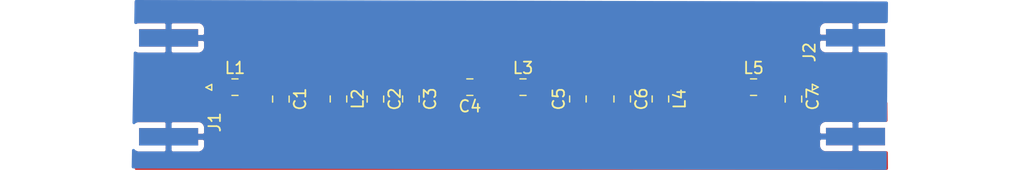
<source format=kicad_pcb>
(kicad_pcb (version 20171130) (host pcbnew "(6.0.0-rc1-dev-305-gf0b8b21)")

  (general
    (thickness 1.6)
    (drawings 0)
    (tracks 9)
    (zones 0)
    (modules 14)
    (nets 7)
  )

  (page A4)
  (layers
    (0 F.Cu signal)
    (31 B.Cu signal)
    (32 B.Adhes user)
    (33 F.Adhes user)
    (34 B.Paste user)
    (35 F.Paste user)
    (36 B.SilkS user)
    (37 F.SilkS user)
    (38 B.Mask user)
    (39 F.Mask user)
    (40 Dwgs.User user)
    (41 Cmts.User user)
    (42 Eco1.User user)
    (43 Eco2.User user hide)
    (44 Edge.Cuts user)
    (45 Margin user)
    (46 B.CrtYd user)
    (47 F.CrtYd user)
    (48 B.Fab user)
    (49 F.Fab user)
  )

  (setup
    (last_trace_width 0.25)
    (trace_clearance 0.2)
    (zone_clearance 0.508)
    (zone_45_only no)
    (trace_min 0.2)
    (via_size 0.8)
    (via_drill 0.4)
    (via_min_size 0.4)
    (via_min_drill 0.3)
    (uvia_size 0.3)
    (uvia_drill 0.1)
    (uvias_allowed no)
    (uvia_min_size 0.2)
    (uvia_min_drill 0.1)
    (edge_width 0.05)
    (segment_width 0.2)
    (pcb_text_width 0.3)
    (pcb_text_size 1.5 1.5)
    (mod_edge_width 0.12)
    (mod_text_size 1 1)
    (mod_text_width 0.15)
    (pad_size 1.778 1.778)
    (pad_drill 0)
    (pad_to_mask_clearance 0.2)
    (aux_axis_origin 0 0)
    (visible_elements FFFFFF7F)
    (pcbplotparams
      (layerselection 0x010fc_ffffffff)
      (usegerberextensions false)
      (usegerberattributes false)
      (usegerberadvancedattributes false)
      (creategerberjobfile false)
      (excludeedgelayer true)
      (linewidth 0.100000)
      (plotframeref false)
      (viasonmask false)
      (mode 1)
      (useauxorigin false)
      (hpglpennumber 1)
      (hpglpenspeed 20)
      (hpglpendiameter 15.000000)
      (psnegative false)
      (psa4output false)
      (plotreference true)
      (plotvalue true)
      (plotinvisibletext false)
      (padsonsilk false)
      (subtractmaskfromsilk false)
      (outputformat 1)
      (mirror false)
      (drillshape 1)
      (scaleselection 1)
      (outputdirectory ""))
  )

  (net 0 "")
  (net 1 "Net-(C1-Pad1)")
  (net 2 GND)
  (net 3 "Net-(C4-Pad1)")
  (net 4 "Net-(C5-Pad2)")
  (net 5 "Net-(C7-Pad1)")
  (net 6 "Net-(J1-Pad1)")

  (net_class Default "This is the default net class."
    (clearance 0.2)
    (trace_width 0.25)
    (via_dia 0.8)
    (via_drill 0.4)
    (uvia_dia 0.3)
    (uvia_drill 0.1)
    (add_net GND)
    (add_net "Net-(C1-Pad1)")
    (add_net "Net-(C4-Pad1)")
    (add_net "Net-(C5-Pad2)")
    (add_net "Net-(C7-Pad1)")
    (add_net "Net-(J1-Pad1)")
  )

  (module Capacitor_SMD:C_0805_2012Metric_Pad1.15x1.40mm_HandSolder (layer F.Cu) (tedit 5B36C52B) (tstamp 5E2553C8)
    (at 137.541 73.796 270)
    (descr "Capacitor SMD 0805 (2012 Metric), square (rectangular) end terminal, IPC_7351 nominal with elongated pad for handsoldering. (Body size source: https://docs.google.com/spreadsheets/d/1BsfQQcO9C6DZCsRaXUlFlo91Tg2WpOkGARC1WS5S8t0/edit?usp=sharing), generated with kicad-footprint-generator")
    (tags "capacitor handsolder")
    (path /5E2503F0)
    (attr smd)
    (fp_text reference C1 (at 0 -1.65 270) (layer F.SilkS)
      (effects (font (size 1 1) (thickness 0.15)))
    )
    (fp_text value 150pF (at 0 1.65 270) (layer F.Fab)
      (effects (font (size 1 1) (thickness 0.15)))
    )
    (fp_line (start -1 0.6) (end -1 -0.6) (layer F.Fab) (width 0.1))
    (fp_line (start -1 -0.6) (end 1 -0.6) (layer F.Fab) (width 0.1))
    (fp_line (start 1 -0.6) (end 1 0.6) (layer F.Fab) (width 0.1))
    (fp_line (start 1 0.6) (end -1 0.6) (layer F.Fab) (width 0.1))
    (fp_line (start -0.261252 -0.71) (end 0.261252 -0.71) (layer F.SilkS) (width 0.12))
    (fp_line (start -0.261252 0.71) (end 0.261252 0.71) (layer F.SilkS) (width 0.12))
    (fp_line (start -1.85 0.95) (end -1.85 -0.95) (layer F.CrtYd) (width 0.05))
    (fp_line (start -1.85 -0.95) (end 1.85 -0.95) (layer F.CrtYd) (width 0.05))
    (fp_line (start 1.85 -0.95) (end 1.85 0.95) (layer F.CrtYd) (width 0.05))
    (fp_line (start 1.85 0.95) (end -1.85 0.95) (layer F.CrtYd) (width 0.05))
    (fp_text user %R (at 0 0 270) (layer F.Fab)
      (effects (font (size 0.5 0.5) (thickness 0.08)))
    )
    (pad 1 smd roundrect (at -1.025 0 270) (size 1.15 1.4) (layers F.Cu F.Paste F.Mask) (roundrect_rratio 0.217391)
      (net 1 "Net-(C1-Pad1)"))
    (pad 2 smd roundrect (at 1.025 0 270) (size 1.15 1.4) (layers F.Cu F.Paste F.Mask) (roundrect_rratio 0.217391)
      (net 2 GND))
    (model ${KISYS3DMOD}/Capacitor_SMD.3dshapes/C_0805_2012Metric.wrl
      (at (xyz 0 0 0))
      (scale (xyz 1 1 1))
      (rotate (xyz 0 0 0))
    )
  )

  (module Capacitor_SMD:C_0805_2012Metric_Pad1.15x1.40mm_HandSolder (layer F.Cu) (tedit 5B36C52B) (tstamp 5E2553D9)
    (at 145.669 73.796 270)
    (descr "Capacitor SMD 0805 (2012 Metric), square (rectangular) end terminal, IPC_7351 nominal with elongated pad for handsoldering. (Body size source: https://docs.google.com/spreadsheets/d/1BsfQQcO9C6DZCsRaXUlFlo91Tg2WpOkGARC1WS5S8t0/edit?usp=sharing), generated with kicad-footprint-generator")
    (tags "capacitor handsolder")
    (path /5E250484)
    (attr smd)
    (fp_text reference C2 (at 0 -1.65 270) (layer F.SilkS)
      (effects (font (size 1 1) (thickness 0.15)))
    )
    (fp_text value 1.5nF (at 0 1.65 270) (layer F.Fab)
      (effects (font (size 1 1) (thickness 0.15)))
    )
    (fp_text user %R (at 0 0 270) (layer F.Fab)
      (effects (font (size 0.5 0.5) (thickness 0.08)))
    )
    (fp_line (start 1.85 0.95) (end -1.85 0.95) (layer F.CrtYd) (width 0.05))
    (fp_line (start 1.85 -0.95) (end 1.85 0.95) (layer F.CrtYd) (width 0.05))
    (fp_line (start -1.85 -0.95) (end 1.85 -0.95) (layer F.CrtYd) (width 0.05))
    (fp_line (start -1.85 0.95) (end -1.85 -0.95) (layer F.CrtYd) (width 0.05))
    (fp_line (start -0.261252 0.71) (end 0.261252 0.71) (layer F.SilkS) (width 0.12))
    (fp_line (start -0.261252 -0.71) (end 0.261252 -0.71) (layer F.SilkS) (width 0.12))
    (fp_line (start 1 0.6) (end -1 0.6) (layer F.Fab) (width 0.1))
    (fp_line (start 1 -0.6) (end 1 0.6) (layer F.Fab) (width 0.1))
    (fp_line (start -1 -0.6) (end 1 -0.6) (layer F.Fab) (width 0.1))
    (fp_line (start -1 0.6) (end -1 -0.6) (layer F.Fab) (width 0.1))
    (pad 2 smd roundrect (at 1.025 0 270) (size 1.15 1.4) (layers F.Cu F.Paste F.Mask) (roundrect_rratio 0.217391)
      (net 2 GND))
    (pad 1 smd roundrect (at -1.025 0 270) (size 1.15 1.4) (layers F.Cu F.Paste F.Mask) (roundrect_rratio 0.217391)
      (net 1 "Net-(C1-Pad1)"))
    (model ${KISYS3DMOD}/Capacitor_SMD.3dshapes/C_0805_2012Metric.wrl
      (at (xyz 0 0 0))
      (scale (xyz 1 1 1))
      (rotate (xyz 0 0 0))
    )
  )

  (module Capacitor_SMD:C_0805_2012Metric_Pad1.15x1.40mm_HandSolder (layer F.Cu) (tedit 5B36C52B) (tstamp 5E2553EA)
    (at 148.717 73.787 270)
    (descr "Capacitor SMD 0805 (2012 Metric), square (rectangular) end terminal, IPC_7351 nominal with elongated pad for handsoldering. (Body size source: https://docs.google.com/spreadsheets/d/1BsfQQcO9C6DZCsRaXUlFlo91Tg2WpOkGARC1WS5S8t0/edit?usp=sharing), generated with kicad-footprint-generator")
    (tags "capacitor handsolder")
    (path /5E2504BF)
    (attr smd)
    (fp_text reference C3 (at 0 -1.65 270) (layer F.SilkS)
      (effects (font (size 1 1) (thickness 0.15)))
    )
    (fp_text value 100pF (at 0 1.65 270) (layer F.Fab)
      (effects (font (size 1 1) (thickness 0.15)))
    )
    (fp_line (start -1 0.6) (end -1 -0.6) (layer F.Fab) (width 0.1))
    (fp_line (start -1 -0.6) (end 1 -0.6) (layer F.Fab) (width 0.1))
    (fp_line (start 1 -0.6) (end 1 0.6) (layer F.Fab) (width 0.1))
    (fp_line (start 1 0.6) (end -1 0.6) (layer F.Fab) (width 0.1))
    (fp_line (start -0.261252 -0.71) (end 0.261252 -0.71) (layer F.SilkS) (width 0.12))
    (fp_line (start -0.261252 0.71) (end 0.261252 0.71) (layer F.SilkS) (width 0.12))
    (fp_line (start -1.85 0.95) (end -1.85 -0.95) (layer F.CrtYd) (width 0.05))
    (fp_line (start -1.85 -0.95) (end 1.85 -0.95) (layer F.CrtYd) (width 0.05))
    (fp_line (start 1.85 -0.95) (end 1.85 0.95) (layer F.CrtYd) (width 0.05))
    (fp_line (start 1.85 0.95) (end -1.85 0.95) (layer F.CrtYd) (width 0.05))
    (fp_text user %R (at 0 0 270) (layer F.Fab)
      (effects (font (size 0.5 0.5) (thickness 0.08)))
    )
    (pad 1 smd roundrect (at -1.025 0 270) (size 1.15 1.4) (layers F.Cu F.Paste F.Mask) (roundrect_rratio 0.217391)
      (net 1 "Net-(C1-Pad1)"))
    (pad 2 smd roundrect (at 1.025 0 270) (size 1.15 1.4) (layers F.Cu F.Paste F.Mask) (roundrect_rratio 0.217391)
      (net 2 GND))
    (model ${KISYS3DMOD}/Capacitor_SMD.3dshapes/C_0805_2012Metric.wrl
      (at (xyz 0 0 0))
      (scale (xyz 1 1 1))
      (rotate (xyz 0 0 0))
    )
  )

  (module Capacitor_SMD:C_0805_2012Metric_Pad1.15x1.40mm_HandSolder (layer F.Cu) (tedit 5B36C52B) (tstamp 5E2553FB)
    (at 153.788 72.771 180)
    (descr "Capacitor SMD 0805 (2012 Metric), square (rectangular) end terminal, IPC_7351 nominal with elongated pad for handsoldering. (Body size source: https://docs.google.com/spreadsheets/d/1BsfQQcO9C6DZCsRaXUlFlo91Tg2WpOkGARC1WS5S8t0/edit?usp=sharing), generated with kicad-footprint-generator")
    (tags "capacitor handsolder")
    (path /5E25055A)
    (attr smd)
    (fp_text reference C4 (at 0 -1.65 180) (layer F.SilkS)
      (effects (font (size 1 1) (thickness 0.15)))
    )
    (fp_text value 6.2pF (at 0 1.65 180) (layer F.Fab)
      (effects (font (size 1 1) (thickness 0.15)))
    )
    (fp_text user %R (at 0 0 180) (layer F.Fab)
      (effects (font (size 0.5 0.5) (thickness 0.08)))
    )
    (fp_line (start 1.85 0.95) (end -1.85 0.95) (layer F.CrtYd) (width 0.05))
    (fp_line (start 1.85 -0.95) (end 1.85 0.95) (layer F.CrtYd) (width 0.05))
    (fp_line (start -1.85 -0.95) (end 1.85 -0.95) (layer F.CrtYd) (width 0.05))
    (fp_line (start -1.85 0.95) (end -1.85 -0.95) (layer F.CrtYd) (width 0.05))
    (fp_line (start -0.261252 0.71) (end 0.261252 0.71) (layer F.SilkS) (width 0.12))
    (fp_line (start -0.261252 -0.71) (end 0.261252 -0.71) (layer F.SilkS) (width 0.12))
    (fp_line (start 1 0.6) (end -1 0.6) (layer F.Fab) (width 0.1))
    (fp_line (start 1 -0.6) (end 1 0.6) (layer F.Fab) (width 0.1))
    (fp_line (start -1 -0.6) (end 1 -0.6) (layer F.Fab) (width 0.1))
    (fp_line (start -1 0.6) (end -1 -0.6) (layer F.Fab) (width 0.1))
    (pad 2 smd roundrect (at 1.025 0 180) (size 1.15 1.4) (layers F.Cu F.Paste F.Mask) (roundrect_rratio 0.217391)
      (net 1 "Net-(C1-Pad1)"))
    (pad 1 smd roundrect (at -1.025 0 180) (size 1.15 1.4) (layers F.Cu F.Paste F.Mask) (roundrect_rratio 0.217391)
      (net 3 "Net-(C4-Pad1)"))
    (model ${KISYS3DMOD}/Capacitor_SMD.3dshapes/C_0805_2012Metric.wrl
      (at (xyz 0 0 0))
      (scale (xyz 1 1 1))
      (rotate (xyz 0 0 0))
    )
  )

  (module Capacitor_SMD:C_0805_2012Metric_Pad1.15x1.40mm_HandSolder (layer F.Cu) (tedit 5B36C52B) (tstamp 5E25540C)
    (at 163.077 73.787 90)
    (descr "Capacitor SMD 0805 (2012 Metric), square (rectangular) end terminal, IPC_7351 nominal with elongated pad for handsoldering. (Body size source: https://docs.google.com/spreadsheets/d/1BsfQQcO9C6DZCsRaXUlFlo91Tg2WpOkGARC1WS5S8t0/edit?usp=sharing), generated with kicad-footprint-generator")
    (tags "capacitor handsolder")
    (path /5E25062D)
    (attr smd)
    (fp_text reference C5 (at 0 -1.65 90) (layer F.SilkS)
      (effects (font (size 1 1) (thickness 0.15)))
    )
    (fp_text value 1.5nF (at 0 1.65 90) (layer F.Fab)
      (effects (font (size 1 1) (thickness 0.15)))
    )
    (fp_line (start -1 0.6) (end -1 -0.6) (layer F.Fab) (width 0.1))
    (fp_line (start -1 -0.6) (end 1 -0.6) (layer F.Fab) (width 0.1))
    (fp_line (start 1 -0.6) (end 1 0.6) (layer F.Fab) (width 0.1))
    (fp_line (start 1 0.6) (end -1 0.6) (layer F.Fab) (width 0.1))
    (fp_line (start -0.261252 -0.71) (end 0.261252 -0.71) (layer F.SilkS) (width 0.12))
    (fp_line (start -0.261252 0.71) (end 0.261252 0.71) (layer F.SilkS) (width 0.12))
    (fp_line (start -1.85 0.95) (end -1.85 -0.95) (layer F.CrtYd) (width 0.05))
    (fp_line (start -1.85 -0.95) (end 1.85 -0.95) (layer F.CrtYd) (width 0.05))
    (fp_line (start 1.85 -0.95) (end 1.85 0.95) (layer F.CrtYd) (width 0.05))
    (fp_line (start 1.85 0.95) (end -1.85 0.95) (layer F.CrtYd) (width 0.05))
    (fp_text user %R (at 0 0 90) (layer F.Fab)
      (effects (font (size 0.5 0.5) (thickness 0.08)))
    )
    (pad 1 smd roundrect (at -1.025 0 90) (size 1.15 1.4) (layers F.Cu F.Paste F.Mask) (roundrect_rratio 0.217391)
      (net 2 GND))
    (pad 2 smd roundrect (at 1.025 0 90) (size 1.15 1.4) (layers F.Cu F.Paste F.Mask) (roundrect_rratio 0.217391)
      (net 4 "Net-(C5-Pad2)"))
    (model ${KISYS3DMOD}/Capacitor_SMD.3dshapes/C_0805_2012Metric.wrl
      (at (xyz 0 0 0))
      (scale (xyz 1 1 1))
      (rotate (xyz 0 0 0))
    )
  )

  (module Capacitor_SMD:C_0805_2012Metric_Pad1.15x1.40mm_HandSolder (layer F.Cu) (tedit 5B36C52B) (tstamp 5E25541D)
    (at 166.887 73.787 270)
    (descr "Capacitor SMD 0805 (2012 Metric), square (rectangular) end terminal, IPC_7351 nominal with elongated pad for handsoldering. (Body size source: https://docs.google.com/spreadsheets/d/1BsfQQcO9C6DZCsRaXUlFlo91Tg2WpOkGARC1WS5S8t0/edit?usp=sharing), generated with kicad-footprint-generator")
    (tags "capacitor handsolder")
    (path /5E2506F8)
    (attr smd)
    (fp_text reference C6 (at 0 -1.65 270) (layer F.SilkS)
      (effects (font (size 1 1) (thickness 0.15)))
    )
    (fp_text value 100pF (at 0 1.65 270) (layer F.Fab)
      (effects (font (size 1 1) (thickness 0.15)))
    )
    (fp_text user %R (at 0 0 270) (layer F.Fab)
      (effects (font (size 0.5 0.5) (thickness 0.08)))
    )
    (fp_line (start 1.85 0.95) (end -1.85 0.95) (layer F.CrtYd) (width 0.05))
    (fp_line (start 1.85 -0.95) (end 1.85 0.95) (layer F.CrtYd) (width 0.05))
    (fp_line (start -1.85 -0.95) (end 1.85 -0.95) (layer F.CrtYd) (width 0.05))
    (fp_line (start -1.85 0.95) (end -1.85 -0.95) (layer F.CrtYd) (width 0.05))
    (fp_line (start -0.261252 0.71) (end 0.261252 0.71) (layer F.SilkS) (width 0.12))
    (fp_line (start -0.261252 -0.71) (end 0.261252 -0.71) (layer F.SilkS) (width 0.12))
    (fp_line (start 1 0.6) (end -1 0.6) (layer F.Fab) (width 0.1))
    (fp_line (start 1 -0.6) (end 1 0.6) (layer F.Fab) (width 0.1))
    (fp_line (start -1 -0.6) (end 1 -0.6) (layer F.Fab) (width 0.1))
    (fp_line (start -1 0.6) (end -1 -0.6) (layer F.Fab) (width 0.1))
    (pad 2 smd roundrect (at 1.025 0 270) (size 1.15 1.4) (layers F.Cu F.Paste F.Mask) (roundrect_rratio 0.217391)
      (net 2 GND))
    (pad 1 smd roundrect (at -1.025 0 270) (size 1.15 1.4) (layers F.Cu F.Paste F.Mask) (roundrect_rratio 0.217391)
      (net 4 "Net-(C5-Pad2)"))
    (model ${KISYS3DMOD}/Capacitor_SMD.3dshapes/C_0805_2012Metric.wrl
      (at (xyz 0 0 0))
      (scale (xyz 1 1 1))
      (rotate (xyz 0 0 0))
    )
  )

  (module Capacitor_SMD:C_0805_2012Metric_Pad1.15x1.40mm_HandSolder (layer F.Cu) (tedit 5B36C52B) (tstamp 5E25542E)
    (at 181.61 73.796 270)
    (descr "Capacitor SMD 0805 (2012 Metric), square (rectangular) end terminal, IPC_7351 nominal with elongated pad for handsoldering. (Body size source: https://docs.google.com/spreadsheets/d/1BsfQQcO9C6DZCsRaXUlFlo91Tg2WpOkGARC1WS5S8t0/edit?usp=sharing), generated with kicad-footprint-generator")
    (tags "capacitor handsolder")
    (path /5E25086A)
    (attr smd)
    (fp_text reference C7 (at 0 -1.65 270) (layer F.SilkS)
      (effects (font (size 1 1) (thickness 0.15)))
    )
    (fp_text value 150pF (at 0 1.65 270) (layer F.Fab)
      (effects (font (size 1 1) (thickness 0.15)))
    )
    (fp_line (start -1 0.6) (end -1 -0.6) (layer F.Fab) (width 0.1))
    (fp_line (start -1 -0.6) (end 1 -0.6) (layer F.Fab) (width 0.1))
    (fp_line (start 1 -0.6) (end 1 0.6) (layer F.Fab) (width 0.1))
    (fp_line (start 1 0.6) (end -1 0.6) (layer F.Fab) (width 0.1))
    (fp_line (start -0.261252 -0.71) (end 0.261252 -0.71) (layer F.SilkS) (width 0.12))
    (fp_line (start -0.261252 0.71) (end 0.261252 0.71) (layer F.SilkS) (width 0.12))
    (fp_line (start -1.85 0.95) (end -1.85 -0.95) (layer F.CrtYd) (width 0.05))
    (fp_line (start -1.85 -0.95) (end 1.85 -0.95) (layer F.CrtYd) (width 0.05))
    (fp_line (start 1.85 -0.95) (end 1.85 0.95) (layer F.CrtYd) (width 0.05))
    (fp_line (start 1.85 0.95) (end -1.85 0.95) (layer F.CrtYd) (width 0.05))
    (fp_text user %R (at 0 0 270) (layer F.Fab)
      (effects (font (size 0.5 0.5) (thickness 0.08)))
    )
    (pad 1 smd roundrect (at -1.025 0 270) (size 1.15 1.4) (layers F.Cu F.Paste F.Mask) (roundrect_rratio 0.217391)
      (net 5 "Net-(C7-Pad1)"))
    (pad 2 smd roundrect (at 1.025 0 270) (size 1.15 1.4) (layers F.Cu F.Paste F.Mask) (roundrect_rratio 0.217391)
      (net 2 GND))
    (model ${KISYS3DMOD}/Capacitor_SMD.3dshapes/C_0805_2012Metric.wrl
      (at (xyz 0 0 0))
      (scale (xyz 1 1 1))
      (rotate (xyz 0 0 0))
    )
  )

  (module Connector_Coaxial:SMA_Amphenol_132289_EdgeMount (layer F.Cu) (tedit 5A1C1810) (tstamp 5E255451)
    (at 127.889 72.788001 180)
    (descr http://www.amphenolrf.com/132289.html)
    (tags SMA)
    (path /5E250922)
    (attr smd)
    (fp_text reference J1 (at -3.96 -3 270) (layer F.SilkS)
      (effects (font (size 1 1) (thickness 0.15)))
    )
    (fp_text value Conn_Coaxial (at 5 6 180) (layer F.Fab)
      (effects (font (size 1 1) (thickness 0.15)))
    )
    (fp_line (start -1.91 5.08) (end 4.445 5.08) (layer F.Fab) (width 0.1))
    (fp_line (start -1.91 3.81) (end -1.91 5.08) (layer F.Fab) (width 0.1))
    (fp_line (start 2.54 3.81) (end -1.91 3.81) (layer F.Fab) (width 0.1))
    (fp_line (start 2.54 -3.81) (end 2.54 3.81) (layer F.Fab) (width 0.1))
    (fp_line (start -1.91 -3.81) (end 2.54 -3.81) (layer F.Fab) (width 0.1))
    (fp_line (start -1.91 -5.08) (end -1.91 -3.81) (layer F.Fab) (width 0.1))
    (fp_line (start -1.91 -5.08) (end 4.445 -5.08) (layer F.Fab) (width 0.1))
    (fp_line (start 4.445 -3.81) (end 4.445 -5.08) (layer F.Fab) (width 0.1))
    (fp_line (start 4.445 5.08) (end 4.445 3.81) (layer F.Fab) (width 0.1))
    (fp_line (start 13.97 3.81) (end 4.445 3.81) (layer F.Fab) (width 0.1))
    (fp_line (start 13.97 -3.81) (end 13.97 3.81) (layer F.Fab) (width 0.1))
    (fp_line (start 4.445 -3.81) (end 13.97 -3.81) (layer F.Fab) (width 0.1))
    (fp_line (start -3.04 5.58) (end -3.04 -5.58) (layer B.CrtYd) (width 0.05))
    (fp_line (start 14.47 5.58) (end -3.04 5.58) (layer B.CrtYd) (width 0.05))
    (fp_line (start 14.47 -5.58) (end 14.47 5.58) (layer B.CrtYd) (width 0.05))
    (fp_line (start 14.47 -5.58) (end -3.04 -5.58) (layer B.CrtYd) (width 0.05))
    (fp_line (start -3.04 5.58) (end -3.04 -5.58) (layer F.CrtYd) (width 0.05))
    (fp_line (start 14.47 5.58) (end -3.04 5.58) (layer F.CrtYd) (width 0.05))
    (fp_line (start 14.47 -5.58) (end 14.47 5.58) (layer F.CrtYd) (width 0.05))
    (fp_line (start 14.47 -5.58) (end -3.04 -5.58) (layer F.CrtYd) (width 0.05))
    (fp_text user %R (at 4.79 0 90) (layer F.Fab)
      (effects (font (size 1 1) (thickness 0.15)))
    )
    (fp_line (start 2.54 -0.75) (end 3.54 0) (layer F.Fab) (width 0.1))
    (fp_line (start 3.54 0) (end 2.54 0.75) (layer F.Fab) (width 0.1))
    (fp_line (start -3.21 0) (end -3.71 -0.25) (layer F.SilkS) (width 0.12))
    (fp_line (start -3.71 -0.25) (end -3.71 0.25) (layer F.SilkS) (width 0.12))
    (fp_line (start -3.71 0.25) (end -3.21 0) (layer F.SilkS) (width 0.12))
    (pad 1 smd rect (at 0 0 270) (size 1.5 5.08) (layers F.Cu F.Paste F.Mask)
      (net 6 "Net-(J1-Pad1)"))
    (pad 2 smd rect (at 0 -4.25 270) (size 1.5 5.08) (layers F.Cu F.Paste F.Mask)
      (net 2 GND))
    (pad 2 smd rect (at 0 4.25 270) (size 1.5 5.08) (layers F.Cu F.Paste F.Mask)
      (net 2 GND))
    (pad 2 smd rect (at 0 -4.25 270) (size 1.5 5.08) (layers B.Cu B.Paste B.Mask)
      (net 2 GND))
    (pad 2 smd rect (at 0 4.25 270) (size 1.5 5.08) (layers B.Cu B.Paste B.Mask)
      (net 2 GND))
    (model ${KISYS3DMOD}/Connector_Coaxial.3dshapes/SMA_Amphenol_132289_EdgeMount.wrl
      (at (xyz 0 0 0))
      (scale (xyz 1 1 1))
      (rotate (xyz 0 0 0))
    )
  )

  (module Connector_Coaxial:SMA_Amphenol_132289_EdgeMount (layer F.Cu) (tedit 5A1C1810) (tstamp 5E255474)
    (at 186.944 72.771)
    (descr http://www.amphenolrf.com/132289.html)
    (tags SMA)
    (path /5E2508CF)
    (attr smd)
    (fp_text reference J2 (at -3.96 -3 90) (layer F.SilkS)
      (effects (font (size 1 1) (thickness 0.15)))
    )
    (fp_text value Conn_Coaxial (at 5 6) (layer F.Fab)
      (effects (font (size 1 1) (thickness 0.15)))
    )
    (fp_line (start -3.71 0.25) (end -3.21 0) (layer F.SilkS) (width 0.12))
    (fp_line (start -3.71 -0.25) (end -3.71 0.25) (layer F.SilkS) (width 0.12))
    (fp_line (start -3.21 0) (end -3.71 -0.25) (layer F.SilkS) (width 0.12))
    (fp_line (start 3.54 0) (end 2.54 0.75) (layer F.Fab) (width 0.1))
    (fp_line (start 2.54 -0.75) (end 3.54 0) (layer F.Fab) (width 0.1))
    (fp_text user %R (at 4.79 0 270) (layer F.Fab)
      (effects (font (size 1 1) (thickness 0.15)))
    )
    (fp_line (start 14.47 -5.58) (end -3.04 -5.58) (layer F.CrtYd) (width 0.05))
    (fp_line (start 14.47 -5.58) (end 14.47 5.58) (layer F.CrtYd) (width 0.05))
    (fp_line (start 14.47 5.58) (end -3.04 5.58) (layer F.CrtYd) (width 0.05))
    (fp_line (start -3.04 5.58) (end -3.04 -5.58) (layer F.CrtYd) (width 0.05))
    (fp_line (start 14.47 -5.58) (end -3.04 -5.58) (layer B.CrtYd) (width 0.05))
    (fp_line (start 14.47 -5.58) (end 14.47 5.58) (layer B.CrtYd) (width 0.05))
    (fp_line (start 14.47 5.58) (end -3.04 5.58) (layer B.CrtYd) (width 0.05))
    (fp_line (start -3.04 5.58) (end -3.04 -5.58) (layer B.CrtYd) (width 0.05))
    (fp_line (start 4.445 -3.81) (end 13.97 -3.81) (layer F.Fab) (width 0.1))
    (fp_line (start 13.97 -3.81) (end 13.97 3.81) (layer F.Fab) (width 0.1))
    (fp_line (start 13.97 3.81) (end 4.445 3.81) (layer F.Fab) (width 0.1))
    (fp_line (start 4.445 5.08) (end 4.445 3.81) (layer F.Fab) (width 0.1))
    (fp_line (start 4.445 -3.81) (end 4.445 -5.08) (layer F.Fab) (width 0.1))
    (fp_line (start -1.91 -5.08) (end 4.445 -5.08) (layer F.Fab) (width 0.1))
    (fp_line (start -1.91 -5.08) (end -1.91 -3.81) (layer F.Fab) (width 0.1))
    (fp_line (start -1.91 -3.81) (end 2.54 -3.81) (layer F.Fab) (width 0.1))
    (fp_line (start 2.54 -3.81) (end 2.54 3.81) (layer F.Fab) (width 0.1))
    (fp_line (start 2.54 3.81) (end -1.91 3.81) (layer F.Fab) (width 0.1))
    (fp_line (start -1.91 3.81) (end -1.91 5.08) (layer F.Fab) (width 0.1))
    (fp_line (start -1.91 5.08) (end 4.445 5.08) (layer F.Fab) (width 0.1))
    (pad 2 smd rect (at 0 4.25 90) (size 1.5 5.08) (layers B.Cu B.Paste B.Mask)
      (net 2 GND))
    (pad 2 smd rect (at 0 -4.25 90) (size 1.5 5.08) (layers B.Cu B.Paste B.Mask)
      (net 2 GND))
    (pad 2 smd rect (at 0 4.25 90) (size 1.5 5.08) (layers F.Cu F.Paste F.Mask)
      (net 2 GND))
    (pad 2 smd rect (at 0 -4.25 90) (size 1.5 5.08) (layers F.Cu F.Paste F.Mask)
      (net 2 GND))
    (pad 1 smd rect (at 0 0 90) (size 1.5 5.08) (layers F.Cu F.Paste F.Mask)
      (net 5 "Net-(C7-Pad1)"))
    (model ${KISYS3DMOD}/Connector_Coaxial.3dshapes/SMA_Amphenol_132289_EdgeMount.wrl
      (at (xyz 0 0 0))
      (scale (xyz 1 1 1))
      (rotate (xyz 0 0 0))
    )
  )

  (module Inductor_SMD:L_0805_2012Metric_Pad1.15x1.40mm_HandSolder (layer F.Cu) (tedit 5B36C52B) (tstamp 5E255485)
    (at 133.595 72.771)
    (descr "Capacitor SMD 0805 (2012 Metric), square (rectangular) end terminal, IPC_7351 nominal with elongated pad for handsoldering. (Body size source: https://docs.google.com/spreadsheets/d/1BsfQQcO9C6DZCsRaXUlFlo91Tg2WpOkGARC1WS5S8t0/edit?usp=sharing), generated with kicad-footprint-generator")
    (tags "inductor handsolder")
    (path /5E251091)
    (attr smd)
    (fp_text reference L1 (at 0 -1.65) (layer F.SilkS)
      (effects (font (size 1 1) (thickness 0.15)))
    )
    (fp_text value 82nH (at 0 1.65) (layer F.Fab)
      (effects (font (size 1 1) (thickness 0.15)))
    )
    (fp_line (start -1 0.6) (end -1 -0.6) (layer F.Fab) (width 0.1))
    (fp_line (start -1 -0.6) (end 1 -0.6) (layer F.Fab) (width 0.1))
    (fp_line (start 1 -0.6) (end 1 0.6) (layer F.Fab) (width 0.1))
    (fp_line (start 1 0.6) (end -1 0.6) (layer F.Fab) (width 0.1))
    (fp_line (start -0.261252 -0.71) (end 0.261252 -0.71) (layer F.SilkS) (width 0.12))
    (fp_line (start -0.261252 0.71) (end 0.261252 0.71) (layer F.SilkS) (width 0.12))
    (fp_line (start -1.85 0.95) (end -1.85 -0.95) (layer F.CrtYd) (width 0.05))
    (fp_line (start -1.85 -0.95) (end 1.85 -0.95) (layer F.CrtYd) (width 0.05))
    (fp_line (start 1.85 -0.95) (end 1.85 0.95) (layer F.CrtYd) (width 0.05))
    (fp_line (start 1.85 0.95) (end -1.85 0.95) (layer F.CrtYd) (width 0.05))
    (fp_text user %R (at 0 0) (layer F.Fab)
      (effects (font (size 0.5 0.5) (thickness 0.08)))
    )
    (pad 1 smd roundrect (at -1.025 0) (size 1.15 1.4) (layers F.Cu F.Paste F.Mask) (roundrect_rratio 0.217391)
      (net 6 "Net-(J1-Pad1)"))
    (pad 2 smd roundrect (at 1.025 0) (size 1.15 1.4) (layers F.Cu F.Paste F.Mask) (roundrect_rratio 0.217391)
      (net 1 "Net-(C1-Pad1)"))
    (model ${KISYS3DMOD}/Inductor_SMD.3dshapes/L_0805_2012Metric.wrl
      (at (xyz 0 0 0))
      (scale (xyz 1 1 1))
      (rotate (xyz 0 0 0))
    )
  )

  (module Inductor_SMD:L_0805_2012Metric_Pad1.15x1.40mm_HandSolder (layer F.Cu) (tedit 5B36C52B) (tstamp 5E255496)
    (at 142.494 73.787 270)
    (descr "Capacitor SMD 0805 (2012 Metric), square (rectangular) end terminal, IPC_7351 nominal with elongated pad for handsoldering. (Body size source: https://docs.google.com/spreadsheets/d/1BsfQQcO9C6DZCsRaXUlFlo91Tg2WpOkGARC1WS5S8t0/edit?usp=sharing), generated with kicad-footprint-generator")
    (tags "inductor handsolder")
    (path /5E250509)
    (attr smd)
    (fp_text reference L2 (at 0 -1.65 270) (layer F.SilkS)
      (effects (font (size 1 1) (thickness 0.15)))
    )
    (fp_text value 18nH (at 0 1.65 270) (layer F.Fab)
      (effects (font (size 1 1) (thickness 0.15)))
    )
    (fp_line (start -1 0.6) (end -1 -0.6) (layer F.Fab) (width 0.1))
    (fp_line (start -1 -0.6) (end 1 -0.6) (layer F.Fab) (width 0.1))
    (fp_line (start 1 -0.6) (end 1 0.6) (layer F.Fab) (width 0.1))
    (fp_line (start 1 0.6) (end -1 0.6) (layer F.Fab) (width 0.1))
    (fp_line (start -0.261252 -0.71) (end 0.261252 -0.71) (layer F.SilkS) (width 0.12))
    (fp_line (start -0.261252 0.71) (end 0.261252 0.71) (layer F.SilkS) (width 0.12))
    (fp_line (start -1.85 0.95) (end -1.85 -0.95) (layer F.CrtYd) (width 0.05))
    (fp_line (start -1.85 -0.95) (end 1.85 -0.95) (layer F.CrtYd) (width 0.05))
    (fp_line (start 1.85 -0.95) (end 1.85 0.95) (layer F.CrtYd) (width 0.05))
    (fp_line (start 1.85 0.95) (end -1.85 0.95) (layer F.CrtYd) (width 0.05))
    (fp_text user %R (at 0 0 270) (layer F.Fab)
      (effects (font (size 0.5 0.5) (thickness 0.08)))
    )
    (pad 1 smd roundrect (at -1.025 0 270) (size 1.15 1.4) (layers F.Cu F.Paste F.Mask) (roundrect_rratio 0.217391)
      (net 1 "Net-(C1-Pad1)"))
    (pad 2 smd roundrect (at 1.025 0 270) (size 1.15 1.4) (layers F.Cu F.Paste F.Mask) (roundrect_rratio 0.217391)
      (net 2 GND))
    (model ${KISYS3DMOD}/Inductor_SMD.3dshapes/L_0805_2012Metric.wrl
      (at (xyz 0 0 0))
      (scale (xyz 1 1 1))
      (rotate (xyz 0 0 0))
    )
  )

  (module Inductor_SMD:L_0805_2012Metric_Pad1.15x1.40mm_HandSolder (layer F.Cu) (tedit 5B36C52B) (tstamp 5E2554A7)
    (at 158.36 72.771)
    (descr "Capacitor SMD 0805 (2012 Metric), square (rectangular) end terminal, IPC_7351 nominal with elongated pad for handsoldering. (Body size source: https://docs.google.com/spreadsheets/d/1BsfQQcO9C6DZCsRaXUlFlo91Tg2WpOkGARC1WS5S8t0/edit?usp=sharing), generated with kicad-footprint-generator")
    (tags "inductor handsolder")
    (path /5E2505BA)
    (attr smd)
    (fp_text reference L3 (at 0 -1.65) (layer F.SilkS)
      (effects (font (size 1 1) (thickness 0.15)))
    )
    (fp_text value 4.7uH (at 0 1.65) (layer F.Fab)
      (effects (font (size 1 1) (thickness 0.15)))
    )
    (fp_text user %R (at 0 0) (layer F.Fab)
      (effects (font (size 0.5 0.5) (thickness 0.08)))
    )
    (fp_line (start 1.85 0.95) (end -1.85 0.95) (layer F.CrtYd) (width 0.05))
    (fp_line (start 1.85 -0.95) (end 1.85 0.95) (layer F.CrtYd) (width 0.05))
    (fp_line (start -1.85 -0.95) (end 1.85 -0.95) (layer F.CrtYd) (width 0.05))
    (fp_line (start -1.85 0.95) (end -1.85 -0.95) (layer F.CrtYd) (width 0.05))
    (fp_line (start -0.261252 0.71) (end 0.261252 0.71) (layer F.SilkS) (width 0.12))
    (fp_line (start -0.261252 -0.71) (end 0.261252 -0.71) (layer F.SilkS) (width 0.12))
    (fp_line (start 1 0.6) (end -1 0.6) (layer F.Fab) (width 0.1))
    (fp_line (start 1 -0.6) (end 1 0.6) (layer F.Fab) (width 0.1))
    (fp_line (start -1 -0.6) (end 1 -0.6) (layer F.Fab) (width 0.1))
    (fp_line (start -1 0.6) (end -1 -0.6) (layer F.Fab) (width 0.1))
    (pad 2 smd roundrect (at 1.025 0) (size 1.15 1.4) (layers F.Cu F.Paste F.Mask) (roundrect_rratio 0.217391)
      (net 4 "Net-(C5-Pad2)"))
    (pad 1 smd roundrect (at -1.025 0) (size 1.15 1.4) (layers F.Cu F.Paste F.Mask) (roundrect_rratio 0.217391)
      (net 3 "Net-(C4-Pad1)"))
    (model ${KISYS3DMOD}/Inductor_SMD.3dshapes/L_0805_2012Metric.wrl
      (at (xyz 0 0 0))
      (scale (xyz 1 1 1))
      (rotate (xyz 0 0 0))
    )
  )

  (module Inductor_SMD:L_0805_2012Metric_Pad1.15x1.40mm_HandSolder (layer F.Cu) (tedit 5B36C52B) (tstamp 5E2554B8)
    (at 170.171 73.787 270)
    (descr "Capacitor SMD 0805 (2012 Metric), square (rectangular) end terminal, IPC_7351 nominal with elongated pad for handsoldering. (Body size source: https://docs.google.com/spreadsheets/d/1BsfQQcO9C6DZCsRaXUlFlo91Tg2WpOkGARC1WS5S8t0/edit?usp=sharing), generated with kicad-footprint-generator")
    (tags "inductor handsolder")
    (path /5E2506A3)
    (attr smd)
    (fp_text reference L4 (at 0 -1.65 270) (layer F.SilkS)
      (effects (font (size 1 1) (thickness 0.15)))
    )
    (fp_text value L (at 0 1.65 270) (layer F.Fab)
      (effects (font (size 1 1) (thickness 0.15)))
    )
    (fp_line (start -1 0.6) (end -1 -0.6) (layer F.Fab) (width 0.1))
    (fp_line (start -1 -0.6) (end 1 -0.6) (layer F.Fab) (width 0.1))
    (fp_line (start 1 -0.6) (end 1 0.6) (layer F.Fab) (width 0.1))
    (fp_line (start 1 0.6) (end -1 0.6) (layer F.Fab) (width 0.1))
    (fp_line (start -0.261252 -0.71) (end 0.261252 -0.71) (layer F.SilkS) (width 0.12))
    (fp_line (start -0.261252 0.71) (end 0.261252 0.71) (layer F.SilkS) (width 0.12))
    (fp_line (start -1.85 0.95) (end -1.85 -0.95) (layer F.CrtYd) (width 0.05))
    (fp_line (start -1.85 -0.95) (end 1.85 -0.95) (layer F.CrtYd) (width 0.05))
    (fp_line (start 1.85 -0.95) (end 1.85 0.95) (layer F.CrtYd) (width 0.05))
    (fp_line (start 1.85 0.95) (end -1.85 0.95) (layer F.CrtYd) (width 0.05))
    (fp_text user %R (at 0 0 270) (layer F.Fab)
      (effects (font (size 0.5 0.5) (thickness 0.08)))
    )
    (pad 1 smd roundrect (at -1.025 0 270) (size 1.15 1.4) (layers F.Cu F.Paste F.Mask) (roundrect_rratio 0.217391)
      (net 4 "Net-(C5-Pad2)"))
    (pad 2 smd roundrect (at 1.025 0 270) (size 1.15 1.4) (layers F.Cu F.Paste F.Mask) (roundrect_rratio 0.217391)
      (net 2 GND))
    (model ${KISYS3DMOD}/Inductor_SMD.3dshapes/L_0805_2012Metric.wrl
      (at (xyz 0 0 0))
      (scale (xyz 1 1 1))
      (rotate (xyz 0 0 0))
    )
  )

  (module Inductor_SMD:L_0805_2012Metric_Pad1.15x1.40mm_HandSolder (layer F.Cu) (tedit 5B36C52B) (tstamp 5E2554C9)
    (at 178.181 72.771)
    (descr "Capacitor SMD 0805 (2012 Metric), square (rectangular) end terminal, IPC_7351 nominal with elongated pad for handsoldering. (Body size source: https://docs.google.com/spreadsheets/d/1BsfQQcO9C6DZCsRaXUlFlo91Tg2WpOkGARC1WS5S8t0/edit?usp=sharing), generated with kicad-footprint-generator")
    (tags "inductor handsolder")
    (path /5E2507C8)
    (attr smd)
    (fp_text reference L5 (at 0 -1.65) (layer F.SilkS)
      (effects (font (size 1 1) (thickness 0.15)))
    )
    (fp_text value 82nH (at 0 1.65) (layer F.Fab)
      (effects (font (size 1 1) (thickness 0.15)))
    )
    (fp_text user %R (at 0 0) (layer F.Fab)
      (effects (font (size 0.5 0.5) (thickness 0.08)))
    )
    (fp_line (start 1.85 0.95) (end -1.85 0.95) (layer F.CrtYd) (width 0.05))
    (fp_line (start 1.85 -0.95) (end 1.85 0.95) (layer F.CrtYd) (width 0.05))
    (fp_line (start -1.85 -0.95) (end 1.85 -0.95) (layer F.CrtYd) (width 0.05))
    (fp_line (start -1.85 0.95) (end -1.85 -0.95) (layer F.CrtYd) (width 0.05))
    (fp_line (start -0.261252 0.71) (end 0.261252 0.71) (layer F.SilkS) (width 0.12))
    (fp_line (start -0.261252 -0.71) (end 0.261252 -0.71) (layer F.SilkS) (width 0.12))
    (fp_line (start 1 0.6) (end -1 0.6) (layer F.Fab) (width 0.1))
    (fp_line (start 1 -0.6) (end 1 0.6) (layer F.Fab) (width 0.1))
    (fp_line (start -1 -0.6) (end 1 -0.6) (layer F.Fab) (width 0.1))
    (fp_line (start -1 0.6) (end -1 -0.6) (layer F.Fab) (width 0.1))
    (pad 2 smd roundrect (at 1.025 0) (size 1.15 1.4) (layers F.Cu F.Paste F.Mask) (roundrect_rratio 0.217391)
      (net 5 "Net-(C7-Pad1)"))
    (pad 1 smd roundrect (at -1.025 0) (size 1.15 1.4) (layers F.Cu F.Paste F.Mask) (roundrect_rratio 0.217391)
      (net 4 "Net-(C5-Pad2)"))
    (model ${KISYS3DMOD}/Inductor_SMD.3dshapes/L_0805_2012Metric.wrl
      (at (xyz 0 0 0))
      (scale (xyz 1 1 1))
      (rotate (xyz 0 0 0))
    )
  )

  (segment (start 134.62 72.771) (end 152.763 72.771) (width 0.762) (layer F.Cu) (net 1))
  (segment (start 154.813 72.771) (end 157.335 72.771) (width 0.762) (layer F.Cu) (net 3))
  (segment (start 170.162 72.771) (end 170.171 72.762) (width 0.25) (layer F.Cu) (net 4))
  (segment (start 159.385 72.771) (end 170.162 72.771) (width 0.762) (layer F.Cu) (net 4))
  (segment (start 177.147 72.762) (end 177.156 72.771) (width 0.25) (layer F.Cu) (net 4))
  (segment (start 170.171 72.762) (end 177.147 72.762) (width 0.762) (layer F.Cu) (net 4))
  (segment (start 179.206 72.771) (end 186.944 72.771) (width 0.762) (layer F.Cu) (net 5))
  (segment (start 132.552999 72.788001) (end 132.57 72.771) (width 0.25) (layer F.Cu) (net 6))
  (segment (start 127.889 72.788001) (end 132.552999 72.788001) (width 0.762) (layer F.Cu) (net 6))

  (zone (net 2) (net_name GND) (layer F.Cu) (tstamp 5E256454) (hatch edge 0.508)
    (connect_pads (clearance 0.508))
    (min_thickness 0.254)
    (fill yes (arc_segments 16) (thermal_gap 0.508) (thermal_bridge_width 0.508))
    (polygon
      (pts
        (xy 124.968 65.405) (xy 124.968 79.883) (xy 189.738 79.883) (xy 189.611 65.405)
      )
    )
    (filled_polygon
      (pts
        (xy 178.246414 73.855586) (xy 178.537564 74.050127) (xy 178.880999 74.11844) (xy 179.531001 74.11844) (xy 179.874436 74.050127)
        (xy 180.165586 73.855586) (xy 180.211414 73.787) (xy 180.470974 73.787) (xy 180.371673 73.886302) (xy 180.275 74.119691)
        (xy 180.275 74.53525) (xy 180.43375 74.694) (xy 181.483 74.694) (xy 181.483 74.674) (xy 181.737 74.674)
        (xy 181.737 74.694) (xy 182.78625 74.694) (xy 182.945 74.53525) (xy 182.945 74.119691) (xy 182.848327 73.886302)
        (xy 182.749026 73.787) (xy 183.818027 73.787) (xy 183.946191 73.978809) (xy 184.156235 74.119157) (xy 184.404 74.16844)
        (xy 189.484 74.16844) (xy 189.560733 74.153177) (xy 189.573741 75.636) (xy 187.22975 75.636) (xy 187.071 75.79475)
        (xy 187.071 76.894) (xy 187.091 76.894) (xy 187.091 77.148) (xy 187.071 77.148) (xy 187.071 78.24725)
        (xy 187.22975 78.406) (xy 189.598039 78.406) (xy 189.609881 79.756) (xy 125.095 79.756) (xy 125.095 78.37011)
        (xy 125.22269 78.423001) (xy 127.60325 78.423001) (xy 127.762 78.264251) (xy 127.762 77.165001) (xy 128.016 77.165001)
        (xy 128.016 78.264251) (xy 128.17475 78.423001) (xy 130.55531 78.423001) (xy 130.788699 78.326328) (xy 130.967327 78.147699)
        (xy 131.064 77.91431) (xy 131.064 77.323751) (xy 131.046999 77.30675) (xy 183.769 77.30675) (xy 183.769 77.897309)
        (xy 183.865673 78.130698) (xy 184.044301 78.309327) (xy 184.27769 78.406) (xy 186.65825 78.406) (xy 186.817 78.24725)
        (xy 186.817 77.148) (xy 183.92775 77.148) (xy 183.769 77.30675) (xy 131.046999 77.30675) (xy 130.90525 77.165001)
        (xy 128.016 77.165001) (xy 127.762 77.165001) (xy 127.742 77.165001) (xy 127.742 76.911001) (xy 127.762 76.911001)
        (xy 127.762 75.811751) (xy 128.016 75.811751) (xy 128.016 76.911001) (xy 130.90525 76.911001) (xy 131.064 76.752251)
        (xy 131.064 76.161692) (xy 131.056958 76.144691) (xy 183.769 76.144691) (xy 183.769 76.73525) (xy 183.92775 76.894)
        (xy 186.817 76.894) (xy 186.817 75.79475) (xy 186.65825 75.636) (xy 184.27769 75.636) (xy 184.044301 75.732673)
        (xy 183.865673 75.911302) (xy 183.769 76.144691) (xy 131.056958 76.144691) (xy 130.967327 75.928303) (xy 130.788699 75.749674)
        (xy 130.55531 75.653001) (xy 128.17475 75.653001) (xy 128.016 75.811751) (xy 127.762 75.811751) (xy 127.60325 75.653001)
        (xy 125.22269 75.653001) (xy 125.095 75.705892) (xy 125.095 75.10675) (xy 136.206 75.10675) (xy 136.206 75.522309)
        (xy 136.302673 75.755698) (xy 136.481301 75.934327) (xy 136.71469 76.031) (xy 137.25525 76.031) (xy 137.414 75.87225)
        (xy 137.414 74.948) (xy 137.668 74.948) (xy 137.668 75.87225) (xy 137.82675 76.031) (xy 138.36731 76.031)
        (xy 138.600699 75.934327) (xy 138.779327 75.755698) (xy 138.876 75.522309) (xy 138.876 75.10675) (xy 138.867 75.09775)
        (xy 141.159 75.09775) (xy 141.159 75.513309) (xy 141.255673 75.746698) (xy 141.434301 75.925327) (xy 141.66769 76.022)
        (xy 142.20825 76.022) (xy 142.367 75.86325) (xy 142.367 74.939) (xy 142.621 74.939) (xy 142.621 75.86325)
        (xy 142.77975 76.022) (xy 143.32031 76.022) (xy 143.553699 75.925327) (xy 143.732327 75.746698) (xy 143.829 75.513309)
        (xy 143.829 75.10675) (xy 144.334 75.10675) (xy 144.334 75.522309) (xy 144.430673 75.755698) (xy 144.609301 75.934327)
        (xy 144.84269 76.031) (xy 145.38325 76.031) (xy 145.542 75.87225) (xy 145.542 74.948) (xy 145.796 74.948)
        (xy 145.796 75.87225) (xy 145.95475 76.031) (xy 146.49531 76.031) (xy 146.728699 75.934327) (xy 146.907327 75.755698)
        (xy 147.004 75.522309) (xy 147.004 75.10675) (xy 146.995 75.09775) (xy 147.382 75.09775) (xy 147.382 75.513309)
        (xy 147.478673 75.746698) (xy 147.657301 75.925327) (xy 147.89069 76.022) (xy 148.43125 76.022) (xy 148.59 75.86325)
        (xy 148.59 74.939) (xy 148.844 74.939) (xy 148.844 75.86325) (xy 149.00275 76.022) (xy 149.54331 76.022)
        (xy 149.776699 75.925327) (xy 149.955327 75.746698) (xy 150.052 75.513309) (xy 150.052 75.09775) (xy 161.742 75.09775)
        (xy 161.742 75.513309) (xy 161.838673 75.746698) (xy 162.017301 75.925327) (xy 162.25069 76.022) (xy 162.79125 76.022)
        (xy 162.95 75.86325) (xy 162.95 74.939) (xy 163.204 74.939) (xy 163.204 75.86325) (xy 163.36275 76.022)
        (xy 163.90331 76.022) (xy 164.136699 75.925327) (xy 164.315327 75.746698) (xy 164.412 75.513309) (xy 164.412 75.09775)
        (xy 165.552 75.09775) (xy 165.552 75.513309) (xy 165.648673 75.746698) (xy 165.827301 75.925327) (xy 166.06069 76.022)
        (xy 166.60125 76.022) (xy 166.76 75.86325) (xy 166.76 74.939) (xy 167.014 74.939) (xy 167.014 75.86325)
        (xy 167.17275 76.022) (xy 167.71331 76.022) (xy 167.946699 75.925327) (xy 168.125327 75.746698) (xy 168.222 75.513309)
        (xy 168.222 75.09775) (xy 168.836 75.09775) (xy 168.836 75.513309) (xy 168.932673 75.746698) (xy 169.111301 75.925327)
        (xy 169.34469 76.022) (xy 169.88525 76.022) (xy 170.044 75.86325) (xy 170.044 74.939) (xy 170.298 74.939)
        (xy 170.298 75.86325) (xy 170.45675 76.022) (xy 170.99731 76.022) (xy 171.230699 75.925327) (xy 171.409327 75.746698)
        (xy 171.506 75.513309) (xy 171.506 75.10675) (xy 180.275 75.10675) (xy 180.275 75.522309) (xy 180.371673 75.755698)
        (xy 180.550301 75.934327) (xy 180.78369 76.031) (xy 181.32425 76.031) (xy 181.483 75.87225) (xy 181.483 74.948)
        (xy 181.737 74.948) (xy 181.737 75.87225) (xy 181.89575 76.031) (xy 182.43631 76.031) (xy 182.669699 75.934327)
        (xy 182.848327 75.755698) (xy 182.945 75.522309) (xy 182.945 75.10675) (xy 182.78625 74.948) (xy 181.737 74.948)
        (xy 181.483 74.948) (xy 180.43375 74.948) (xy 180.275 75.10675) (xy 171.506 75.10675) (xy 171.506 75.09775)
        (xy 171.34725 74.939) (xy 170.298 74.939) (xy 170.044 74.939) (xy 168.99475 74.939) (xy 168.836 75.09775)
        (xy 168.222 75.09775) (xy 168.06325 74.939) (xy 167.014 74.939) (xy 166.76 74.939) (xy 165.71075 74.939)
        (xy 165.552 75.09775) (xy 164.412 75.09775) (xy 164.25325 74.939) (xy 163.204 74.939) (xy 162.95 74.939)
        (xy 161.90075 74.939) (xy 161.742 75.09775) (xy 150.052 75.09775) (xy 149.89325 74.939) (xy 148.844 74.939)
        (xy 148.59 74.939) (xy 147.54075 74.939) (xy 147.382 75.09775) (xy 146.995 75.09775) (xy 146.84525 74.948)
        (xy 145.796 74.948) (xy 145.542 74.948) (xy 144.49275 74.948) (xy 144.334 75.10675) (xy 143.829 75.10675)
        (xy 143.829 75.09775) (xy 143.67025 74.939) (xy 142.621 74.939) (xy 142.367 74.939) (xy 141.31775 74.939)
        (xy 141.159 75.09775) (xy 138.867 75.09775) (xy 138.71725 74.948) (xy 137.668 74.948) (xy 137.414 74.948)
        (xy 136.36475 74.948) (xy 136.206 75.10675) (xy 125.095 75.10675) (xy 125.095 74.131992) (xy 125.101235 74.136158)
        (xy 125.349 74.185441) (xy 130.429 74.185441) (xy 130.676765 74.136158) (xy 130.886809 73.99581) (xy 131.014973 73.804001)
        (xy 131.575946 73.804001) (xy 131.610414 73.855586) (xy 131.901564 74.050127) (xy 132.244999 74.11844) (xy 132.895001 74.11844)
        (xy 133.238436 74.050127) (xy 133.529586 73.855586) (xy 133.595 73.757687) (xy 133.660414 73.855586) (xy 133.951564 74.050127)
        (xy 134.294999 74.11844) (xy 134.945001 74.11844) (xy 135.288436 74.050127) (xy 135.579586 73.855586) (xy 135.625414 73.787)
        (xy 136.401974 73.787) (xy 136.302673 73.886302) (xy 136.206 74.119691) (xy 136.206 74.53525) (xy 136.36475 74.694)
        (xy 137.414 74.694) (xy 137.414 74.674) (xy 137.668 74.674) (xy 137.668 74.694) (xy 138.71725 74.694)
        (xy 138.876 74.53525) (xy 138.876 74.119691) (xy 138.779327 73.886302) (xy 138.680026 73.787) (xy 141.345974 73.787)
        (xy 141.255673 73.877302) (xy 141.159 74.110691) (xy 141.159 74.52625) (xy 141.31775 74.685) (xy 142.367 74.685)
        (xy 142.367 74.665) (xy 142.621 74.665) (xy 142.621 74.685) (xy 143.67025 74.685) (xy 143.829 74.52625)
        (xy 143.829 74.110691) (xy 143.732327 73.877302) (xy 143.642026 73.787) (xy 144.529974 73.787) (xy 144.430673 73.886302)
        (xy 144.334 74.119691) (xy 144.334 74.53525) (xy 144.49275 74.694) (xy 145.542 74.694) (xy 145.542 74.674)
        (xy 145.796 74.674) (xy 145.796 74.694) (xy 146.84525 74.694) (xy 147.004 74.53525) (xy 147.004 74.119691)
        (xy 146.907327 73.886302) (xy 146.808026 73.787) (xy 147.568974 73.787) (xy 147.478673 73.877302) (xy 147.382 74.110691)
        (xy 147.382 74.52625) (xy 147.54075 74.685) (xy 148.59 74.685) (xy 148.59 74.665) (xy 148.844 74.665)
        (xy 148.844 74.685) (xy 149.89325 74.685) (xy 150.052 74.52625) (xy 150.052 74.110691) (xy 149.955327 73.877302)
        (xy 149.865026 73.787) (xy 151.757586 73.787) (xy 151.803414 73.855586) (xy 152.094564 74.050127) (xy 152.437999 74.11844)
        (xy 153.088001 74.11844) (xy 153.431436 74.050127) (xy 153.722586 73.855586) (xy 153.788 73.757687) (xy 153.853414 73.855586)
        (xy 154.144564 74.050127) (xy 154.487999 74.11844) (xy 155.138001 74.11844) (xy 155.481436 74.050127) (xy 155.772586 73.855586)
        (xy 155.818414 73.787) (xy 156.329586 73.787) (xy 156.375414 73.855586) (xy 156.666564 74.050127) (xy 157.009999 74.11844)
        (xy 157.660001 74.11844) (xy 158.003436 74.050127) (xy 158.294586 73.855586) (xy 158.36 73.757687) (xy 158.425414 73.855586)
        (xy 158.716564 74.050127) (xy 159.059999 74.11844) (xy 159.710001 74.11844) (xy 160.053436 74.050127) (xy 160.344586 73.855586)
        (xy 160.390414 73.787) (xy 161.928974 73.787) (xy 161.838673 73.877302) (xy 161.742 74.110691) (xy 161.742 74.52625)
        (xy 161.90075 74.685) (xy 162.95 74.685) (xy 162.95 74.665) (xy 163.204 74.665) (xy 163.204 74.685)
        (xy 164.25325 74.685) (xy 164.412 74.52625) (xy 164.412 74.110691) (xy 164.315327 73.877302) (xy 164.225026 73.787)
        (xy 165.738974 73.787) (xy 165.648673 73.877302) (xy 165.552 74.110691) (xy 165.552 74.52625) (xy 165.71075 74.685)
        (xy 166.76 74.685) (xy 166.76 74.665) (xy 167.014 74.665) (xy 167.014 74.685) (xy 168.06325 74.685)
        (xy 168.222 74.52625) (xy 168.222 74.110691) (xy 168.125327 73.877302) (xy 168.035026 73.787) (xy 169.022974 73.787)
        (xy 168.932673 73.877302) (xy 168.836 74.110691) (xy 168.836 74.52625) (xy 168.99475 74.685) (xy 170.044 74.685)
        (xy 170.044 74.665) (xy 170.298 74.665) (xy 170.298 74.685) (xy 171.34725 74.685) (xy 171.506 74.52625)
        (xy 171.506 74.110691) (xy 171.409327 73.877302) (xy 171.310026 73.778) (xy 176.144572 73.778) (xy 176.196414 73.855586)
        (xy 176.487564 74.050127) (xy 176.830999 74.11844) (xy 177.481001 74.11844) (xy 177.824436 74.050127) (xy 178.115586 73.855586)
        (xy 178.181 73.757687)
      )
    )
    (filled_polygon
      (pts
        (xy 189.499179 67.136) (xy 187.22975 67.136) (xy 187.071 67.29475) (xy 187.071 68.394) (xy 187.091 68.394)
        (xy 187.091 68.648) (xy 187.071 68.648) (xy 187.071 69.74725) (xy 187.22975 69.906) (xy 189.523477 69.906)
        (xy 189.536442 71.383991) (xy 189.484 71.37356) (xy 184.404 71.37356) (xy 184.156235 71.422843) (xy 183.946191 71.563191)
        (xy 183.818027 71.755) (xy 182.610157 71.755) (xy 182.403436 71.616873) (xy 182.060001 71.54856) (xy 181.159999 71.54856)
        (xy 180.816564 71.616873) (xy 180.609843 71.755) (xy 180.211414 71.755) (xy 180.165586 71.686414) (xy 179.874436 71.491873)
        (xy 179.531001 71.42356) (xy 178.880999 71.42356) (xy 178.537564 71.491873) (xy 178.246414 71.686414) (xy 178.181 71.784313)
        (xy 178.115586 71.686414) (xy 177.824436 71.491873) (xy 177.481001 71.42356) (xy 176.830999 71.42356) (xy 176.487564 71.491873)
        (xy 176.196414 71.686414) (xy 176.1566 71.746) (xy 171.171157 71.746) (xy 170.964436 71.607873) (xy 170.621001 71.53956)
        (xy 169.720999 71.53956) (xy 169.377564 71.607873) (xy 169.157374 71.755) (xy 167.900626 71.755) (xy 167.680436 71.607873)
        (xy 167.337001 71.53956) (xy 166.436999 71.53956) (xy 166.093564 71.607873) (xy 165.873374 71.755) (xy 164.090626 71.755)
        (xy 163.870436 71.607873) (xy 163.527001 71.53956) (xy 162.626999 71.53956) (xy 162.283564 71.607873) (xy 162.063374 71.755)
        (xy 160.390414 71.755) (xy 160.344586 71.686414) (xy 160.053436 71.491873) (xy 159.710001 71.42356) (xy 159.059999 71.42356)
        (xy 158.716564 71.491873) (xy 158.425414 71.686414) (xy 158.36 71.784313) (xy 158.294586 71.686414) (xy 158.003436 71.491873)
        (xy 157.660001 71.42356) (xy 157.009999 71.42356) (xy 156.666564 71.491873) (xy 156.375414 71.686414) (xy 156.329586 71.755)
        (xy 155.818414 71.755) (xy 155.772586 71.686414) (xy 155.481436 71.491873) (xy 155.138001 71.42356) (xy 154.487999 71.42356)
        (xy 154.144564 71.491873) (xy 153.853414 71.686414) (xy 153.788 71.784313) (xy 153.722586 71.686414) (xy 153.431436 71.491873)
        (xy 153.088001 71.42356) (xy 152.437999 71.42356) (xy 152.094564 71.491873) (xy 151.803414 71.686414) (xy 151.757586 71.755)
        (xy 149.730626 71.755) (xy 149.510436 71.607873) (xy 149.167001 71.53956) (xy 148.266999 71.53956) (xy 147.923564 71.607873)
        (xy 147.703374 71.755) (xy 146.669157 71.755) (xy 146.462436 71.616873) (xy 146.119001 71.54856) (xy 145.218999 71.54856)
        (xy 144.875564 71.616873) (xy 144.668843 71.755) (xy 143.507626 71.755) (xy 143.287436 71.607873) (xy 142.944001 71.53956)
        (xy 142.043999 71.53956) (xy 141.700564 71.607873) (xy 141.480374 71.755) (xy 138.541157 71.755) (xy 138.334436 71.616873)
        (xy 137.991001 71.54856) (xy 137.090999 71.54856) (xy 136.747564 71.616873) (xy 136.540843 71.755) (xy 135.625414 71.755)
        (xy 135.579586 71.686414) (xy 135.288436 71.491873) (xy 134.945001 71.42356) (xy 134.294999 71.42356) (xy 133.951564 71.491873)
        (xy 133.660414 71.686414) (xy 133.595 71.784313) (xy 133.529586 71.686414) (xy 133.238436 71.491873) (xy 132.895001 71.42356)
        (xy 132.244999 71.42356) (xy 131.901564 71.491873) (xy 131.610414 71.686414) (xy 131.553226 71.772001) (xy 131.014973 71.772001)
        (xy 130.886809 71.580192) (xy 130.676765 71.439844) (xy 130.429 71.390561) (xy 125.349 71.390561) (xy 125.101235 71.439844)
        (xy 125.095 71.44401) (xy 125.095 69.87011) (xy 125.22269 69.923001) (xy 127.60325 69.923001) (xy 127.762 69.764251)
        (xy 127.762 68.665001) (xy 128.016 68.665001) (xy 128.016 69.764251) (xy 128.17475 69.923001) (xy 130.55531 69.923001)
        (xy 130.788699 69.826328) (xy 130.967327 69.647699) (xy 131.064 69.41431) (xy 131.064 68.823751) (xy 131.046999 68.80675)
        (xy 183.769 68.80675) (xy 183.769 69.397309) (xy 183.865673 69.630698) (xy 184.044301 69.809327) (xy 184.27769 69.906)
        (xy 186.65825 69.906) (xy 186.817 69.74725) (xy 186.817 68.648) (xy 183.92775 68.648) (xy 183.769 68.80675)
        (xy 131.046999 68.80675) (xy 130.90525 68.665001) (xy 128.016 68.665001) (xy 127.762 68.665001) (xy 127.742 68.665001)
        (xy 127.742 68.411001) (xy 127.762 68.411001) (xy 127.762 67.311751) (xy 128.016 67.311751) (xy 128.016 68.411001)
        (xy 130.90525 68.411001) (xy 131.064 68.252251) (xy 131.064 67.661692) (xy 131.056958 67.644691) (xy 183.769 67.644691)
        (xy 183.769 68.23525) (xy 183.92775 68.394) (xy 186.817 68.394) (xy 186.817 67.29475) (xy 186.65825 67.136)
        (xy 184.27769 67.136) (xy 184.044301 67.232673) (xy 183.865673 67.411302) (xy 183.769 67.644691) (xy 131.056958 67.644691)
        (xy 130.967327 67.428303) (xy 130.788699 67.249674) (xy 130.55531 67.153001) (xy 128.17475 67.153001) (xy 128.016 67.311751)
        (xy 127.762 67.311751) (xy 127.60325 67.153001) (xy 125.22269 67.153001) (xy 125.095 67.205892) (xy 125.095 65.532)
        (xy 189.485109 65.532)
      )
    )
  )
  (zone (net 2) (net_name GND) (layer B.Cu) (tstamp 5E256451) (hatch edge 0.508)
    (connect_pads (clearance 0.508))
    (min_thickness 0.254)
    (fill yes (arc_segments 16) (thermal_gap 0.508) (thermal_bridge_width 0.508))
    (polygon
      (pts
        (xy 124.968 65.278) (xy 124.714 79.756) (xy 189.611 79.883) (xy 189.738 65.405)
      )
    )
    (filled_polygon
      (pts
        (xy 189.609883 65.531749) (xy 189.595811 67.136) (xy 187.22975 67.136) (xy 187.071 67.29475) (xy 187.071 68.394)
        (xy 187.091 68.394) (xy 187.091 68.648) (xy 187.071 68.648) (xy 187.071 69.74725) (xy 187.22975 69.906)
        (xy 189.571512 69.906) (xy 189.521249 75.636) (xy 187.22975 75.636) (xy 187.071 75.79475) (xy 187.071 76.894)
        (xy 187.091 76.894) (xy 187.091 77.148) (xy 187.071 77.148) (xy 187.071 78.24725) (xy 187.22975 78.406)
        (xy 189.496951 78.406) (xy 189.485111 79.755753) (xy 124.843243 79.629252) (xy 124.868225 78.205252) (xy 124.989301 78.326328)
        (xy 125.22269 78.423001) (xy 127.60325 78.423001) (xy 127.762 78.264251) (xy 127.762 77.165001) (xy 128.016 77.165001)
        (xy 128.016 78.264251) (xy 128.17475 78.423001) (xy 130.55531 78.423001) (xy 130.788699 78.326328) (xy 130.967327 78.147699)
        (xy 131.064 77.91431) (xy 131.064 77.323751) (xy 131.046999 77.30675) (xy 183.769 77.30675) (xy 183.769 77.897309)
        (xy 183.865673 78.130698) (xy 184.044301 78.309327) (xy 184.27769 78.406) (xy 186.65825 78.406) (xy 186.817 78.24725)
        (xy 186.817 77.148) (xy 183.92775 77.148) (xy 183.769 77.30675) (xy 131.046999 77.30675) (xy 130.90525 77.165001)
        (xy 128.016 77.165001) (xy 127.762 77.165001) (xy 127.742 77.165001) (xy 127.742 76.911001) (xy 127.762 76.911001)
        (xy 127.762 75.811751) (xy 128.016 75.811751) (xy 128.016 76.911001) (xy 130.90525 76.911001) (xy 131.064 76.752251)
        (xy 131.064 76.161692) (xy 131.056958 76.144691) (xy 183.769 76.144691) (xy 183.769 76.73525) (xy 183.92775 76.894)
        (xy 186.817 76.894) (xy 186.817 75.79475) (xy 186.65825 75.636) (xy 184.27769 75.636) (xy 184.044301 75.732673)
        (xy 183.865673 75.911302) (xy 183.769 76.144691) (xy 131.056958 76.144691) (xy 130.967327 75.928303) (xy 130.788699 75.749674)
        (xy 130.55531 75.653001) (xy 128.17475 75.653001) (xy 128.016 75.811751) (xy 127.762 75.811751) (xy 127.60325 75.653001)
        (xy 125.22269 75.653001) (xy 124.989301 75.749674) (xy 124.909913 75.829062) (xy 125.015037 69.836988) (xy 125.22269 69.923001)
        (xy 127.60325 69.923001) (xy 127.762 69.764251) (xy 127.762 68.665001) (xy 128.016 68.665001) (xy 128.016 69.764251)
        (xy 128.17475 69.923001) (xy 130.55531 69.923001) (xy 130.788699 69.826328) (xy 130.967327 69.647699) (xy 131.064 69.41431)
        (xy 131.064 68.823751) (xy 131.046999 68.80675) (xy 183.769 68.80675) (xy 183.769 69.397309) (xy 183.865673 69.630698)
        (xy 184.044301 69.809327) (xy 184.27769 69.906) (xy 186.65825 69.906) (xy 186.817 69.74725) (xy 186.817 68.648)
        (xy 183.92775 68.648) (xy 183.769 68.80675) (xy 131.046999 68.80675) (xy 130.90525 68.665001) (xy 128.016 68.665001)
        (xy 127.762 68.665001) (xy 127.742 68.665001) (xy 127.742 68.411001) (xy 127.762 68.411001) (xy 127.762 67.311751)
        (xy 128.016 67.311751) (xy 128.016 68.411001) (xy 130.90525 68.411001) (xy 131.064 68.252251) (xy 131.064 67.661692)
        (xy 131.056958 67.644691) (xy 183.769 67.644691) (xy 183.769 68.23525) (xy 183.92775 68.394) (xy 186.817 68.394)
        (xy 186.817 67.29475) (xy 186.65825 67.136) (xy 184.27769 67.136) (xy 184.044301 67.232673) (xy 183.865673 67.411302)
        (xy 183.769 67.644691) (xy 131.056958 67.644691) (xy 130.967327 67.428303) (xy 130.788699 67.249674) (xy 130.55531 67.153001)
        (xy 128.17475 67.153001) (xy 128.016 67.311751) (xy 127.762 67.311751) (xy 127.60325 67.153001) (xy 125.22269 67.153001)
        (xy 125.060949 67.219996) (xy 125.092787 65.405245)
      )
    )
  )
)

</source>
